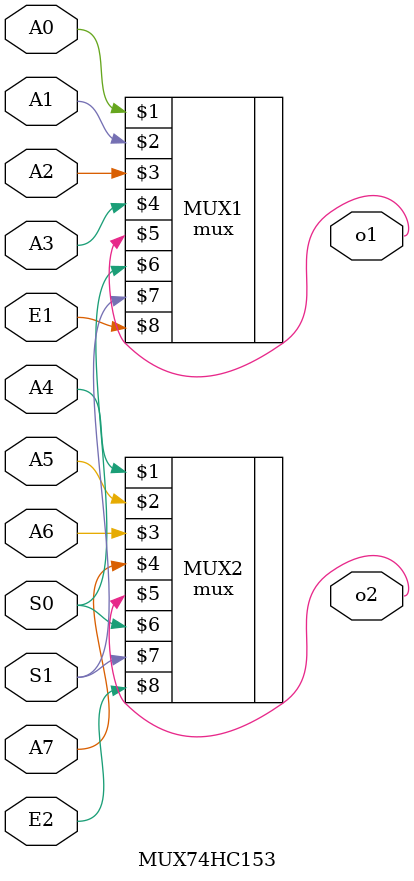
<source format=v>
`timescale 1ns / 1ps


module MUX74HC153(A0, A1, A2, A3, o1, A4, A5, A6, A7, o2, S0, S1, E1, E2);

	input A0, A1, A2, A3, A4, A5, A6, A7, S0, S1, E1, E2;	//s1 is MsB and s0 is LSB , enable E1 and E2 are active LOW
	output o1, o2;
	
	mux MUX1(A0, A1, A2, A3, o1, S0, S1, E1);
	mux MUX2(A4, A5, A6, A7, o2, S0, S1, E2);
	
endmodule

</source>
